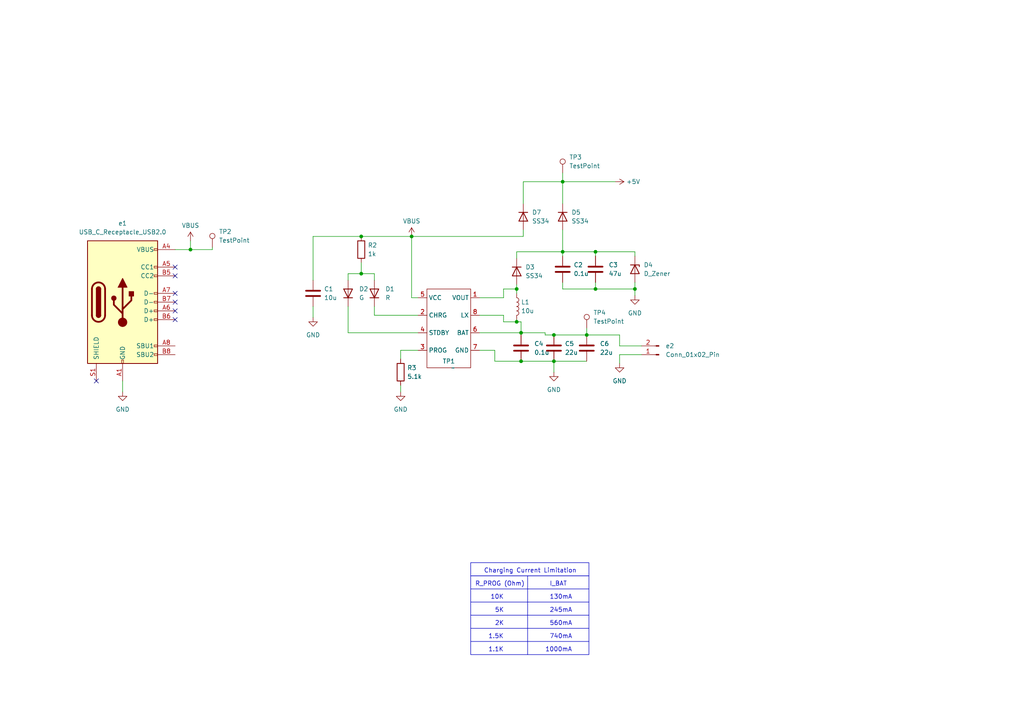
<source format=kicad_sch>
(kicad_sch (version 20230121) (generator eeschema)
  (paper "A4")
  (lib_symbols
    (symbol "Connector:Conn_01x02_Pin" (pin_names (offset 1.016) hide)
      (property "Reference" "J" (at 0 2.54 0))
      (property "Value" "Conn_01x02_Pin" (at 0 -5.08 0))
      (symbol "Conn_01x02_Pin_1_1"
        (polyline (pts (xy 1.27 -2.54) (xy 0.8636 -2.54)) (stroke (width 0.1524)))
        (polyline (pts (xy 1.27 0) (xy 0.8636 0)) (stroke (width 0.1524)))
        (rectangle (start 0.8636 -2.413) (end 0 -2.667) (stroke (width 0.1524)) (fill (type outline)))
        (rectangle (start 0.8636 0.127) (end 0 -0.127) (stroke (width 0.1524)) (fill (type outline)))
        (pin passive line (at 5.08 0 180) (length 3.81) (name "Pin_1") (number "1"))
        (pin passive line (at 5.08 -2.54 180) (length 3.81) (name "Pin_2") (number "2"))
      )
    )
    (symbol "Connector:TestPoint" (pin_numbers hide) (pin_names (offset 0.762) hide)
      (property "Reference" "TP" (at 0 6.858 0))
      (property "Value" "TestPoint" (at 0 5.08 0))
      (symbol "TestPoint_0_1"
        (circle (center 0 3.302) (radius 0.762))
      )
      (symbol "TestPoint_1_1"
        (pin passive line (at 0 0 90) (length 2.54) (name "1") (number "1"))
      )
    )
    (symbol "Connector:USB_C_Receptacle_USB2.0" (pin_names (offset 1.016))
      (property "Reference" "J" (at -10.16 19.05 0))
      (property "Value" "USB_C_Receptacle_USB2.0" (at 19.05 19.05 0))
      (symbol "USB_C_Receptacle_USB2.0_0_0"
        (rectangle (start -0.254 -17.78) (end 0.254 -16.764))
        (rectangle (start 10.16 -14.986) (end 9.144 -15.494))
        (rectangle (start 10.16 -12.446) (end 9.144 -12.954))
        (rectangle (start 10.16 -4.826) (end 9.144 -5.334))
        (rectangle (start 10.16 -2.286) (end 9.144 -2.794))
        (rectangle (start 10.16 0.254) (end 9.144 -0.254))
        (rectangle (start 10.16 2.794) (end 9.144 2.286))
        (rectangle (start 10.16 7.874) (end 9.144 7.366))
        (rectangle (start 10.16 10.414) (end 9.144 9.906))
        (rectangle (start 10.16 15.494) (end 9.144 14.986))
      )
      (symbol "USB_C_Receptacle_USB2.0_0_1"
        (rectangle (start -10.16 17.78) (end 10.16 -17.78) (stroke (width 0.254)) (fill (type background)))
        (arc (start -8.89 -3.81) (mid -6.985 -5.7067) (end -5.08 -3.81) (stroke (width 0.508)))
        (arc (start -7.62 -3.81) (mid -6.985 -4.4423) (end -6.35 -3.81) (stroke (width 0.254)))
        (arc (start -7.62 -3.81) (mid -6.985 -4.4423) (end -6.35 -3.81) (stroke (width 0.254)) (fill (type outline)))
        (rectangle (start -7.62 -3.81) (end -6.35 3.81) (stroke (width 0.254)) (fill (type outline)))
        (arc (start -6.35 3.81) (mid -6.985 4.4423) (end -7.62 3.81) (stroke (width 0.254)))
        (arc (start -6.35 3.81) (mid -6.985 4.4423) (end -7.62 3.81) (stroke (width 0.254)) (fill (type outline)))
        (arc (start -5.08 3.81) (mid -6.985 5.7067) (end -8.89 3.81) (stroke (width 0.508)))
        (circle (center -2.54 1.143) (radius 0.635) (stroke (width 0.254)) (fill (type outline)))
        (circle (center 0 -5.842) (radius 1.27) (fill (type outline)))
        (polyline (pts (xy -8.89 -3.81) (xy -8.89 3.81)) (stroke (width 0.508)))
        (polyline (pts (xy -5.08 3.81) (xy -5.08 -3.81)) (stroke (width 0.508)))
        (polyline (pts (xy 0 -5.842) (xy 0 4.318)) (stroke (width 0.508)))
        (polyline (pts (xy 0 -3.302) (xy -2.54 -0.762) (xy -2.54 0.508)) (stroke (width 0.508)))
        (polyline (pts (xy 0 -2.032) (xy 2.54 0.508) (xy 2.54 1.778)) (stroke (width 0.508)))
        (polyline (pts (xy -1.27 4.318) (xy 0 6.858) (xy 1.27 4.318) (xy -1.27 4.318)) (stroke (width 0.254)) (fill (type outline)))
        (rectangle (start 1.905 1.778) (end 3.175 3.048) (stroke (width 0.254)) (fill (type outline)))
      )
      (symbol "USB_C_Receptacle_USB2.0_1_1"
        (pin passive line (at 0 -22.86 90) (length 5.08) (name "GND") (number "A1"))
        (pin passive line (at 0 -22.86 90) (length 5.08) hide (name "GND") (number "A12"))
        (pin passive line (at 15.24 15.24 180) (length 5.08) (name "VBUS") (number "A4"))
        (pin bidirectional line (at 15.24 10.16 180) (length 5.08) (name "CC1") (number "A5"))
        (pin bidirectional line (at 15.24 -2.54 180) (length 5.08) (name "D+") (number "A6"))
        (pin bidirectional line (at 15.24 2.54 180) (length 5.08) (name "D-") (number "A7"))
        (pin bidirectional line (at 15.24 -12.7 180) (length 5.08) (name "SBU1") (number "A8"))
        (pin passive line (at 15.24 15.24 180) (length 5.08) hide (name "VBUS") (number "A9"))
        (pin passive line (at 0 -22.86 90) (length 5.08) hide (name "GND") (number "B1"))
        (pin passive line (at 0 -22.86 90) (length 5.08) hide (name "GND") (number "B12"))
        (pin passive line (at 15.24 15.24 180) (length 5.08) hide (name "VBUS") (number "B4"))
        (pin bidirectional line (at 15.24 7.62 180) (length 5.08) (name "CC2") (number "B5"))
        (pin bidirectional line (at 15.24 -5.08 180) (length 5.08) (name "D+") (number "B6"))
        (pin bidirectional line (at 15.24 0 180) (length 5.08) (name "D-") (number "B7"))
        (pin bidirectional line (at 15.24 -15.24 180) (length 5.08) (name "SBU2") (number "B8"))
        (pin passive line (at 15.24 15.24 180) (length 5.08) hide (name "VBUS") (number "B9"))
        (pin passive line (at -7.62 -22.86 90) (length 5.08) (name "SHIELD") (number "S1"))
      )
    )
    (symbol "Device:C" (pin_numbers hide) (pin_names (offset 0.254))
      (property "Reference" "C" (at 0.635 2.54 0))
      (property "Value" "C" (at 0.635 -2.54 0))
      (symbol "C_0_1"
        (polyline (pts (xy -2.032 -0.762) (xy 2.032 -0.762)) (stroke (width 0.508)))
        (polyline (pts (xy -2.032 0.762) (xy 2.032 0.762)) (stroke (width 0.508)))
      )
      (symbol "C_1_1"
        (pin passive line (at 0 3.81 270) (length 2.794) (name "~") (number "1"))
        (pin passive line (at 0 -3.81 90) (length 2.794) (name "~") (number "2"))
      )
    )
    (symbol "Device:D" (pin_numbers hide) (pin_names (offset 1.016) hide)
      (property "Reference" "D" (at 0 2.54 0))
      (property "Value" "D" (at 0 -2.54 0))
      (symbol "D_0_1"
        (polyline (pts (xy -1.27 1.27) (xy -1.27 -1.27)) (stroke (width 0.254)))
        (polyline (pts (xy 1.27 0) (xy -1.27 0)))
        (polyline (pts (xy 1.27 1.27) (xy 1.27 -1.27) (xy -1.27 0) (xy 1.27 1.27)) (stroke (width 0.254)))
      )
      (symbol "D_1_1"
        (pin passive line (at -3.81 0 0) (length 2.54) (name "K") (number "1"))
        (pin passive line (at 3.81 0 180) (length 2.54) (name "A") (number "2"))
      )
    )
    (symbol "Device:D_Zener" (pin_numbers hide) (pin_names (offset 1.016) hide)
      (property "Reference" "D" (at 0 2.54 0))
      (property "Value" "D_Zener" (at 0 -2.54 0))
      (symbol "D_Zener_0_1"
        (polyline (pts (xy 1.27 0) (xy -1.27 0)))
        (polyline (pts (xy -1.27 -1.27) (xy -1.27 1.27) (xy -0.762 1.27)) (stroke (width 0.254)))
        (polyline (pts (xy 1.27 -1.27) (xy 1.27 1.27) (xy -1.27 0) (xy 1.27 -1.27)) (stroke (width 0.254)))
      )
      (symbol "D_Zener_1_1"
        (pin passive line (at -3.81 0 0) (length 2.54) (name "K") (number "1"))
        (pin passive line (at 3.81 0 180) (length 2.54) (name "A") (number "2"))
      )
    )
    (symbol "Device:L" (pin_numbers hide) (pin_names (offset 1.016) hide)
      (property "Reference" "L" (at -1.27 0 90))
      (property "Value" "L" (at 1.905 0 90))
      (symbol "L_0_1"
        (arc (start 0 -2.54) (mid 0.6323 -1.905) (end 0 -1.27))
        (arc (start 0 -1.27) (mid 0.6323 -0.635) (end 0 0))
        (arc (start 0 0) (mid 0.6323 0.635) (end 0 1.27))
        (arc (start 0 1.27) (mid 0.6323 1.905) (end 0 2.54))
      )
      (symbol "L_1_1"
        (pin passive line (at 0 3.81 270) (length 1.27) (name "1") (number "1"))
        (pin passive line (at 0 -3.81 90) (length 1.27) (name "2") (number "2"))
      )
    )
    (symbol "Device:R" (pin_numbers hide) (pin_names (offset 0))
      (property "Reference" "R" (at 2.032 0 90))
      (property "Value" "R" (at 0 0 90))
      (symbol "R_0_1"
        (rectangle (start -1.016 -2.54) (end 1.016 2.54) (stroke (width 0.254)))
      )
      (symbol "R_1_1"
        (pin passive line (at 0 3.81 270) (length 1.27) (name "~") (number "1"))
        (pin passive line (at 0 -3.81 90) (length 1.27) (name "~") (number "2"))
      )
    )
    (symbol "TP5400:TP5400"
      (property "Reference" "TP5400" (at -1.27 1.524 0))
      (symbol "TP5400_0_1"
        (rectangle (start -7.62 22.86) (end 5.08 0))
      )
      (symbol "TP5400_1_1"
        (pin bidirectional line (at 7.62 20.32 180) (length 2.54) (name "VOUT") (number "1"))
        (pin bidirectional line (at -10.16 15.24 0) (length 2.54) (name "CHRG") (number "2"))
        (pin bidirectional line (at -10.16 5.08 0) (length 2.54) (name "PROG") (number "3"))
        (pin bidirectional line (at -10.16 10.16 0) (length 2.54) (name "STDBY") (number "4"))
        (pin bidirectional line (at -10.16 20.32 0) (length 2.54) (name "VCC") (number "5"))
        (pin bidirectional line (at 7.62 10.16 180) (length 2.54) (name "BAT") (number "6"))
        (pin bidirectional line (at 7.62 5.08 180) (length 2.54) (name "GND") (number "7"))
        (pin bidirectional line (at 7.62 15.24 180) (length 2.54) (name "LX") (number "8"))
      )
    )
    (symbol "power:+5V" (power) (pin_names (offset 0))
      (property "Value" "+5V" (at 0 3.556 0))
      (symbol "+5V_0_1"
        (polyline (pts (xy -0.762 1.27) (xy 0 2.54)))
        (polyline (pts (xy 0 0) (xy 0 2.54)))
        (polyline (pts (xy 0 2.54) (xy 0.762 1.27)))
      )
      (symbol "+5V_1_1"
        (pin power_in line (at 0 0 90) (length 0) hide (name "+5V") (number "1"))
      )
    )
    (symbol "power:GND" (power) (pin_names (offset 0))
      (property "Value" "GND" (at 0 -3.81 0))
      (symbol "GND_0_1"
        (polyline (pts (xy 0 0) (xy 0 -1.27) (xy 1.27 -1.27) (xy 0 -2.54) (xy -1.27 -1.27) (xy 0 -1.27)))
      )
      (symbol "GND_1_1"
        (pin power_in line (at 0 0 270) (length 0) hide (name "GND") (number "1"))
      )
    )
    (symbol "power:VBUS" (power) (pin_names (offset 0))
      (property "Value" "VBUS" (at 0 3.81 0))
      (symbol "VBUS_0_1"
        (polyline (pts (xy -0.762 1.27) (xy 0 2.54)))
        (polyline (pts (xy 0 0) (xy 0 2.54)))
        (polyline (pts (xy 0 2.54) (xy 0.762 1.27)))
      )
      (symbol "VBUS_1_1"
        (pin power_in line (at 0 0 90) (length 0) hide (name "VBUS") (number "1"))
      )
    )
  )
  (junction (at 149.86 93.345))
  (junction (at 104.775 68.58))
  (junction (at 160.655 104.775))
  (junction (at 149.86 83.82))
  (junction (at 163.195 73.025))
  (junction (at 184.15 83.82))
  (junction (at 172.72 73.025))
  (junction (at 55.245 72.39))
  (junction (at 163.195 52.705))
  (junction (at 160.655 97.155))
  (junction (at 119.38 68.58))
  (junction (at 151.13 96.52))
  (junction (at 104.775 79.375))
  (junction (at 172.72 83.82))
  (junction (at 170.18 97.155))
  (junction (at 151.13 104.775))
  (no_connect (at 50.8 92.71))
  (no_connect (at 27.94 110.49))
  (no_connect (at 50.8 77.47))
  (no_connect (at 50.8 90.17))
  (no_connect (at 50.8 80.01))
  (no_connect (at 50.8 85.09))
  (no_connect (at 50.8 87.63))
  (wire (pts (xy 90.805 88.9) (xy 90.805 92.075)))
  (wire (pts (xy 163.195 52.705) (xy 178.435 52.705)))
  (wire (pts (xy 139.065 96.52) (xy 151.13 96.52)))
  (wire (pts (xy 179.705 100.33) (xy 179.705 97.155)))
  (wire (pts (xy 149.86 73.025) (xy 163.195 73.025)))
  (wire (pts (xy 100.965 96.52) (xy 100.965 88.9)))
  (wire (pts (xy 146.05 83.82) (xy 149.86 83.82)))
  (wire (pts (xy 139.065 86.36) (xy 146.05 86.36)))
  (wire (pts (xy 116.205 101.6) (xy 121.285 101.6)))
  (wire (pts (xy 149.86 83.82) (xy 149.86 85.09)))
  (wire (pts (xy 179.705 97.155) (xy 170.18 97.155)))
  (wire (pts (xy 104.775 76.2) (xy 104.775 79.375)))
  (wire (pts (xy 104.775 68.58) (xy 119.38 68.58)))
  (wire (pts (xy 149.86 92.71) (xy 149.86 93.345)))
  (wire (pts (xy 119.38 86.36) (xy 121.285 86.36)))
  (wire (pts (xy 50.8 72.39) (xy 55.245 72.39)))
  (wire (pts (xy 151.13 93.345) (xy 151.13 96.52)))
  (wire (pts (xy 151.13 104.775) (xy 160.655 104.775)))
  (wire (pts (xy 170.18 97.155) (xy 160.655 97.155)))
  (wire (pts (xy 163.195 66.675) (xy 163.195 73.025)))
  (wire (pts (xy 172.72 73.025) (xy 172.72 74.295)))
  (wire (pts (xy 119.38 68.58) (xy 119.38 86.36)))
  (wire (pts (xy 121.285 91.44) (xy 108.585 91.44)))
  (wire (pts (xy 151.765 68.58) (xy 151.765 66.675)))
  (wire (pts (xy 121.285 96.52) (xy 100.965 96.52)))
  (wire (pts (xy 100.965 81.28) (xy 100.965 79.375)))
  (wire (pts (xy 55.245 72.39) (xy 55.245 69.85)))
  (wire (pts (xy 116.205 111.76) (xy 116.205 113.665)))
  (wire (pts (xy 160.655 97.155) (xy 158.115 97.155)))
  (wire (pts (xy 186.055 102.87) (xy 179.705 102.87)))
  (wire (pts (xy 160.655 104.775) (xy 170.18 104.775)))
  (wire (pts (xy 108.585 79.375) (xy 108.585 81.28)))
  (wire (pts (xy 116.205 104.14) (xy 116.205 101.6)))
  (wire (pts (xy 61.595 71.755) (xy 61.595 72.39)))
  (wire (pts (xy 151.13 96.52) (xy 151.13 97.155)))
  (wire (pts (xy 160.655 104.775) (xy 160.655 107.95)))
  (wire (pts (xy 172.72 73.025) (xy 184.15 73.025)))
  (wire (pts (xy 151.765 52.705) (xy 163.195 52.705)))
  (wire (pts (xy 163.195 83.82) (xy 172.72 83.82)))
  (wire (pts (xy 170.18 95.25) (xy 170.18 97.155)))
  (wire (pts (xy 149.86 82.55) (xy 149.86 83.82)))
  (wire (pts (xy 100.965 79.375) (xy 104.775 79.375)))
  (wire (pts (xy 184.15 73.025) (xy 184.15 74.295)))
  (wire (pts (xy 143.51 101.6) (xy 143.51 104.775)))
  (wire (pts (xy 163.195 73.025) (xy 163.195 74.295)))
  (wire (pts (xy 163.195 73.025) (xy 172.72 73.025)))
  (wire (pts (xy 139.065 101.6) (xy 143.51 101.6)))
  (wire (pts (xy 139.065 91.44) (xy 146.05 91.44)))
  (wire (pts (xy 146.05 91.44) (xy 146.05 93.345)))
  (wire (pts (xy 158.115 97.155) (xy 158.115 96.52)))
  (wire (pts (xy 184.15 83.82) (xy 184.15 85.725)))
  (wire (pts (xy 146.05 93.345) (xy 149.86 93.345)))
  (wire (pts (xy 108.585 91.44) (xy 108.585 88.9)))
  (wire (pts (xy 119.38 68.58) (xy 151.765 68.58)))
  (wire (pts (xy 151.765 59.055) (xy 151.765 52.705)))
  (wire (pts (xy 104.775 79.375) (xy 108.585 79.375)))
  (wire (pts (xy 146.05 86.36) (xy 146.05 83.82)))
  (wire (pts (xy 186.055 100.33) (xy 179.705 100.33)))
  (wire (pts (xy 90.805 68.58) (xy 90.805 81.28)))
  (wire (pts (xy 149.86 74.93) (xy 149.86 73.025)))
  (wire (pts (xy 90.805 68.58) (xy 104.775 68.58)))
  (wire (pts (xy 149.86 93.345) (xy 151.13 93.345)))
  (wire (pts (xy 172.72 81.915) (xy 172.72 83.82)))
  (wire (pts (xy 179.705 102.87) (xy 179.705 105.41)))
  (wire (pts (xy 163.195 50.165) (xy 163.195 52.705)))
  (wire (pts (xy 35.56 110.49) (xy 35.56 113.665)))
  (wire (pts (xy 55.245 72.39) (xy 61.595 72.39)))
  (wire (pts (xy 163.195 81.915) (xy 163.195 83.82)))
  (wire (pts (xy 184.15 83.82) (xy 184.15 81.915)))
  (wire (pts (xy 172.72 83.82) (xy 184.15 83.82)))
  (wire (pts (xy 143.51 104.775) (xy 151.13 104.775)))
  (wire (pts (xy 163.195 52.705) (xy 163.195 59.055)))
  (wire (pts (xy 158.115 96.52) (xy 151.13 96.52)))
  (rectangle (start 136.525 174.625) (end 170.815 174.625))
  (rectangle (start 136.525 170.815) (end 170.815 170.815))
  (rectangle (start 136.525 178.435) (end 170.815 178.435))
  (rectangle (start 136.525 186.055) (end 170.815 186.055))
  (rectangle (start 136.525 167.005) (end 170.815 189.865))
  (rectangle (start 136.525 163.195) (end 170.815 167.005))
  (rectangle (start 153.035 167.005) (end 153.035 189.865))
  (rectangle (start 136.525 182.245) (end 170.815 182.245))
  (text "130mA" (at 159.385 173.99 0) (effects (font (size 1.27 1.27)) (justify left bottom)))
  (text "\n1.5K" (at 141.605 185.42 0) (effects (font (size 1.27 1.27)) (justify left bottom)))
  (text "2K" (at 143.51 181.61 0) (effects (font (size 1.27 1.27)) (justify left bottom)))
  (text "I_BAT" (at 159.385 170.18 0) (effects (font (size 1.27 1.27)) (justify left bottom)))
  (text "245mA" (at 159.385 177.8 0) (effects (font (size 1.27 1.27)) (justify left bottom)))
  (text "R_PROG (Ohm)" (at 137.795 170.18 0) (effects (font (size 1.27 1.27)) (justify left bottom)))
  (text "560mA" (at 159.385 181.61 0) (effects (font (size 1.27 1.27)) (justify left bottom)))
  (text "Charging Current Limitation\n" (at 140.335 166.37 0) (effects (font (size 1.27 1.27)) (justify left bottom)))
  (text "1000mA" (at 158.115 189.23 0) (effects (font (size 1.27 1.27)) (justify left bottom)))
  (text "5K" (at 143.51 177.8 0) (effects (font (size 1.27 1.27)) (justify left bottom)))
  (text "740mA" (at 159.385 185.42 0) (effects (font (size 1.27 1.27)) (justify left bottom)))
  (text "10K" (at 142.24 173.99 0) (effects (font (size 1.27 1.27)) (justify left bottom)))
  (text "1.1K" (at 141.605 189.23 0) (effects (font (size 1.27 1.27)) (justify left bottom)))
  (symbol (lib_id "Device:L") (at 149.86 88.9 0) (unit 1)
    (property "Reference" "L1" (at 151.13 87.63 0) (effects (justify left)))
    (property "Value" "10u" (at 151.13 90.17 0) (effects (justify left)))
    (property "Footprint" "Inductor_SMD:L_Sunlord_SWPA5040S" (effects hide))
  )
  (symbol (lib_id "TP5400:TP5400") (at 131.445 106.68 0) (unit 1)
    (property "Reference" "TP1" (at 130.175 104.775 0))
    (property "Value" "~" (at 131.445 106.68 0))
    (property "Footprint" "Package_SO:HTSOP-8-1EP_3.9x4.9mm_P1.27mm_EP2.4x3.2mm_ThermalVias" (effects hide))
  )
  (symbol (lib_id "Connector:TestPoint") (at 170.18 95.25 0) (unit 1)
    (property "Reference" "TP4" (at 172.085 90.678 0) (effects (justify left)))
    (property "Value" "TestPoint" (at 172.085 93.218 0) (effects (justify left)))
    (property "Footprint" "TestPoint:TestPoint_Pad_D2.0mm" (effects hide))
  )
  (symbol (lib_id "power:GND") (at 184.15 85.725 0) (unit 1)
    (property "Reference" "#PWR05" (effects hide))
    (property "Value" "GND" (at 184.15 90.805 0))
  )
  (symbol (lib_id "power:GND") (at 116.205 113.665 0) (unit 1)
    (property "Reference" "#PWR03" (effects hide))
    (property "Value" "GND" (at 116.205 118.745 0))
  )
  (symbol (lib_id "Connector:USB_C_Receptacle_USB2.0") (at 35.56 87.63 0) (unit 1)
    (property "Reference" "e1" (at 35.56 64.77 0))
    (property "Value" "USB_C_Receptacle_USB2.0" (at 35.56 67.31 0))
    (property "Footprint" "Connector_USB:USB_C_Receptacle_HRO_TYPE-C-31-M-12" (effects hide))
    (property "Datasheet" "https://www.usb.org/sites/default/files/documents/usb_type-c.zip" (effects hide))
  )
  (symbol (lib_id "power:VBUS") (at 119.38 68.58 0) (unit 1)
    (property "Reference" "#PWR01" (effects hide))
    (property "Value" "VBUS" (at 119.38 64.135 0))
  )
  (symbol (lib_id "Device:C") (at 160.655 100.965 0) (unit 1)
    (property "Reference" "C5" (at 163.83 99.695 0) (effects (justify left)))
    (property "Value" "22u" (at 163.83 102.235 0) (effects (justify left)))
    (property "Footprint" "Capacitor_SMD:C_0805_2012Metric" (effects hide))
  )
  (symbol (lib_id "Device:D") (at 163.195 62.865 270) (unit 1)
    (property "Reference" "D5" (at 165.735 61.595 90) (effects (justify left)))
    (property "Value" "SS34" (at 165.735 64.135 90) (effects (justify left)))
    (property "Footprint" "Diode_SMD:D_SMA" (effects hide))
    (property "Sim.Device" "D" (effects hide))
    (property "Sim.Pins" "1=K 2=A" (effects hide))
  )
  (symbol (lib_id "Device:D") (at 151.765 62.865 270) (unit 1)
    (property "Reference" "D7" (at 154.305 61.595 90) (effects (justify left)))
    (property "Value" "SS34" (at 154.305 64.135 90) (effects (justify left)))
    (property "Footprint" "Diode_SMD:D_SMA" (effects hide))
    (property "Sim.Device" "D" (effects hide))
    (property "Sim.Pins" "1=K 2=A" (effects hide))
  )
  (symbol (lib_id "Device:C") (at 170.18 100.965 0) (unit 1)
    (property "Reference" "C6" (at 173.99 99.695 0) (effects (justify left)))
    (property "Value" "22u" (at 173.99 102.235 0) (effects (justify left)))
    (property "Footprint" "Capacitor_SMD:C_0805_2012Metric" (effects hide))
  )
  (symbol (lib_id "power:GND") (at 90.805 92.075 0) (unit 1)
    (property "Reference" "#PWR02" (effects hide))
    (property "Value" "GND" (at 90.805 97.155 0))
  )
  (symbol (lib_id "Device:D") (at 100.965 85.09 90) (unit 1)
    (property "Reference" "D2" (at 104.14 83.82 90) (effects (justify right)))
    (property "Value" "G" (at 104.14 86.36 90) (effects (justify right)))
    (property "Footprint" "LED_SMD:LED_0805_2012Metric" (effects hide))
    (property "Sim.Device" "D" (effects hide))
    (property "Sim.Pins" "1=K 2=A" (effects hide))
  )
  (symbol (lib_id "Device:C") (at 90.805 85.09 0) (unit 1)
    (property "Reference" "C1" (at 93.98 83.82 0) (effects (justify left)))
    (property "Value" "10u" (at 93.98 86.36 0) (effects (justify left)))
    (property "Footprint" "Capacitor_SMD:C_0805_2012Metric" (effects hide))
  )
  (symbol (lib_id "power:GND") (at 179.705 105.41 0) (unit 1)
    (property "Reference" "#PWR07" (effects hide))
    (property "Value" "GND" (at 179.705 110.49 0))
  )
  (symbol (lib_id "power:VBUS") (at 55.245 69.85 0) (unit 1)
    (property "Reference" "#PWR08" (effects hide))
    (property "Value" "VBUS" (at 55.245 65.405 0))
  )
  (symbol (lib_id "Device:D") (at 108.585 85.09 90) (unit 1)
    (property "Reference" "D1" (at 111.76 83.82 90) (effects (justify right)))
    (property "Value" "R" (at 111.76 86.36 90) (effects (justify right)))
    (property "Footprint" "LED_SMD:LED_0805_2012Metric" (effects hide))
    (property "Sim.Device" "D" (effects hide))
    (property "Sim.Pins" "1=K 2=A" (effects hide))
  )
  (symbol (lib_id "Device:C") (at 151.13 100.965 0) (unit 1)
    (property "Reference" "C4" (at 154.94 99.695 0) (effects (justify left)))
    (property "Value" "0.1u" (at 154.94 102.235 0) (effects (justify left)))
    (property "Footprint" "Capacitor_SMD:C_0805_2012Metric" (effects hide))
  )
  (symbol (lib_id "Device:D_Zener") (at 184.15 78.105 270) (unit 1)
    (property "Reference" "D4" (at 186.69 76.835 90) (effects (justify left)))
    (property "Value" "D_Zener" (at 186.69 79.375 90) (effects (justify left)))
    (property "Footprint" "Diode_SMD:D_MiniMELF" (effects hide))
  )
  (symbol (lib_id "Device:R") (at 116.205 107.95 0) (unit 1)
    (property "Reference" "R3" (at 118.11 106.68 0) (effects (justify left)))
    (property "Value" "5.1k" (at 118.11 109.22 0) (effects (justify left)))
    (property "Footprint" "Capacitor_SMD:C_0805_2012Metric" (effects hide))
  )
  (symbol (lib_id "Device:C") (at 172.72 78.105 0) (unit 1)
    (property "Reference" "C3" (at 176.53 76.835 0) (effects (justify left)))
    (property "Value" "47u" (at 176.53 79.375 0) (effects (justify left)))
    (property "Footprint" "Capacitor_SMD:C_0805_2012Metric" (effects hide))
  )
  (symbol (lib_id "Connector:TestPoint") (at 163.195 50.165 0) (unit 1)
    (property "Reference" "TP3" (at 165.1 45.593 0) (effects (justify left)))
    (property "Value" "TestPoint" (at 165.1 48.133 0) (effects (justify left)))
    (property "Footprint" "TestPoint:TestPoint_Pad_D2.0mm" (effects hide))
  )
  (symbol (lib_id "Device:C") (at 163.195 78.105 0) (unit 1)
    (property "Reference" "C2" (at 166.37 76.835 0) (effects (justify left)))
    (property "Value" "0.1u" (at 166.37 79.375 0) (effects (justify left)))
    (property "Footprint" "Capacitor_SMD:C_0805_2012Metric" (effects hide))
  )
  (symbol (lib_id "power:GND") (at 35.56 113.665 0) (unit 1)
    (property "Reference" "#PWR09" (effects hide))
    (property "Value" "GND" (at 35.56 118.745 0))
  )
  (symbol (lib_id "power:GND") (at 160.655 107.95 0) (unit 1)
    (property "Reference" "#PWR06" (effects hide))
    (property "Value" "GND" (at 160.655 113.03 0))
  )
  (symbol (lib_id "power:+5V") (at 178.435 52.705 270) (unit 1)
    (property "Reference" "#PWR04" (effects hide))
    (property "Value" "+5V" (at 181.61 52.705 90) (effects (justify left)))
  )
  (symbol (lib_id "Connector:Conn_01x02_Pin") (at 191.135 102.87 180) (unit 1)
    (property "Reference" "e2" (at 193.04 100.33 0) (effects (justify right)))
    (property "Value" "Conn_01x02_Pin" (at 193.04 102.87 0) (effects (justify right)))
    (property "Footprint" "Connector_JST:JST_PH_S2B-PH-K_1x02_P2.00mm_Horizontal" (effects hide))
  )
  (symbol (lib_id "Connector:TestPoint") (at 61.595 71.755 0) (unit 1)
    (property "Reference" "TP2" (at 63.5 67.183 0) (effects (justify left)))
    (property "Value" "TestPoint" (at 63.5 69.723 0) (effects (justify left)))
    (property "Footprint" "TestPoint:TestPoint_Pad_D2.0mm" (effects hide))
  )
  (symbol (lib_id "Device:D") (at 149.86 78.74 270) (unit 1)
    (property "Reference" "D3" (at 152.4 77.47 90) (effects (justify left)))
    (property "Value" "SS34" (at 152.4 80.01 90) (effects (justify left)))
    (property "Footprint" "Diode_SMD:D_SMA" (effects hide))
    (property "Sim.Device" "D" (effects hide))
    (property "Sim.Pins" "1=K 2=A" (effects hide))
  )
  (symbol (lib_id "Device:R") (at 104.775 72.39 0) (unit 1)
    (property "Reference" "R2" (at 106.68 71.12 0) (effects (justify left)))
    (property "Value" "1k" (at 106.68 73.66 0) (effects (justify left)))
    (property "Footprint" "Resistor_SMD:R_0805_2012Metric" (effects hide))
  )
)
</source>
